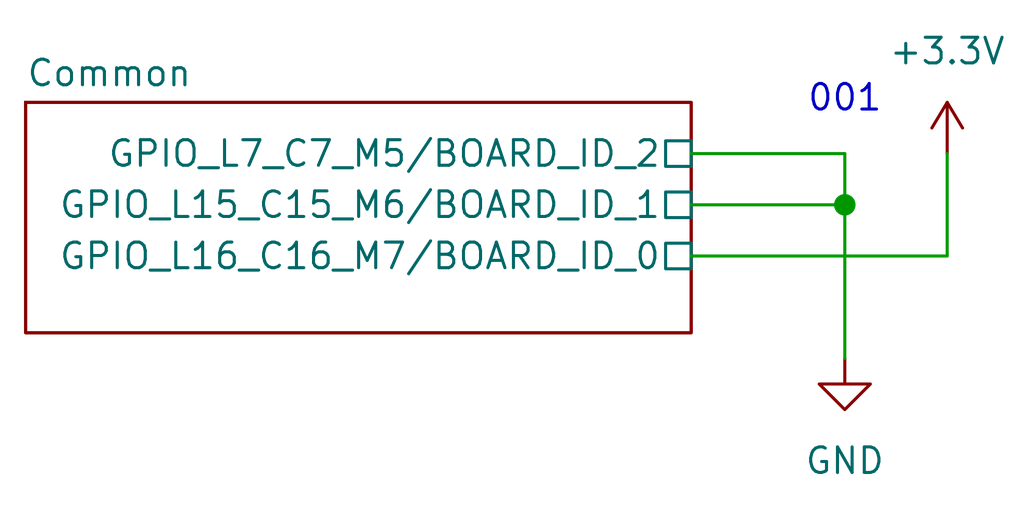
<source format=kicad_sch>
(kicad_sch (version 20250114) (generator "eeschema") (generator_version "9.0")
  (paper "User" 50.8 25.4)
  (lib_symbols
    (symbol "power:+3.3V" (power) (pin_numbers (hide yes)) (pin_names (offset 0) (hide yes))
      (property "Value" "+3.3V" (at 0 3.556 0))
      (symbol "+3.3V_0_1"
        (polyline (pts (xy -0.762 1.27) (xy 0 2.54)))
        (polyline (pts (xy 0 2.54) (xy 0.762 1.27)))
        (polyline (pts (xy 0 0) (xy 0 2.54)))
      )
      (symbol "+3.3V_1_1"
        (pin power_in line (at 0 0 90) (length 0) (name "~") (number "1"))
      )
    )
    (symbol "power:GND" (power) (pin_numbers (hide yes)) (pin_names (offset 0) (hide yes))
      (property "Value" "GND" (at 0 -3.81 0))
      (symbol "GND_0_1"
        (polyline (pts (xy 0 0) (xy 0 -1.27) (xy 1.27 -1.27) (xy 0 -2.54) (xy -1.27 -1.27) (xy 0 -1.27)))
      )
      (symbol "GND_1_1"
        (pin power_in line (at 0 0 270) (length 0) (name "~") (number "1"))
      )
    )
  )
  (text "001" (at 41.91 5.08 0) (effects (font (size 1.27 1.27))))
  (junction (at 41.91 10.16))
  (wire (pts (xy 46.99 7.62) (xy 46.99 12.7)))
  (wire (pts (xy 41.91 7.62) (xy 41.91 10.16)))
  (wire (pts (xy 41.91 10.16) (xy 41.91 17.78)))
  (wire (pts (xy 34.29 10.16) (xy 41.91 10.16)))
  (wire (pts (xy 34.29 7.62) (xy 41.91 7.62)))
  (wire (pts (xy 34.29 12.7) (xy 46.99 12.7)))
  (symbol (lib_id "power:GND") (at 41.91 17.78 0) (unit 1)
    (property "Reference" "#PWR011" (effects (hide yes)))
    (property "Value" "GND" (at 41.91 22.86 0))
    (property "Description" "Power symbol creates a global label with name \"GND\" , ground" (effects (hide yes)))
  )
  (symbol (lib_id "power:+3.3V") (at 46.99 7.62 0) (unit 1)
    (property "Reference" "#PWR09" (effects (hide yes)))
    (property "Value" "+3.3V" (at 46.99 2.54 0))
    (property "Description" "Power symbol creates a global label with name \"+3.3V\"" (effects (hide yes)))
  )
  (sheet (at 1.27 5.08) (size 33.02 11.43) (stroke (width 0.1524))
    (property "Sheetname" "Common" (at 1.27 4.3684 0) (effects (justify left bottom)))
    (property "Sheetfile" "ggroohauga-shared.kicad_sch" (effects (hide yes)))
    (pin "GPIO_L7_C7_M5{slash}BOARD_ID_2" passive (at 34.29 7.62 0))
    (pin "GPIO_L15_C15_M6{slash}BOARD_ID_1" passive (at 34.29 10.16 0))
    (pin "GPIO_L16_C16_M7{slash}BOARD_ID_0" passive (at 34.29 12.7 0))
  )
)
</source>
